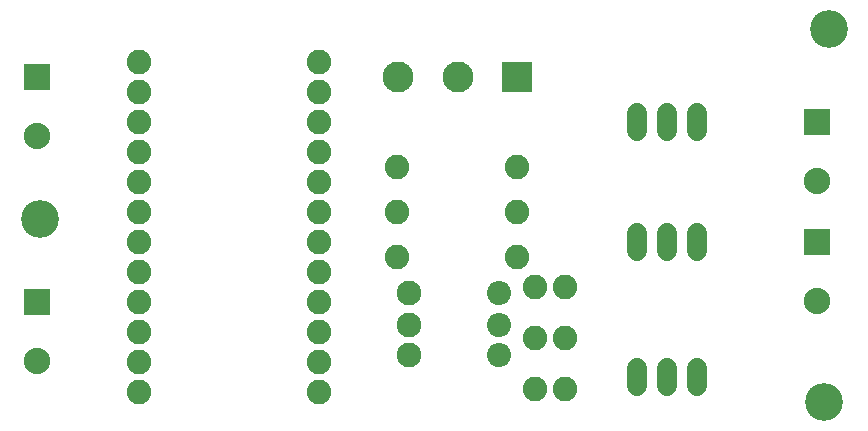
<source format=gbs>
G75*
%MOIN*%
%OFA0B0*%
%FSLAX25Y25*%
%IPPOS*%
%LPD*%
%AMOC8*
5,1,8,0,0,1.08239X$1,22.5*
%
%ADD10C,0.06800*%
%ADD11C,0.08200*%
%ADD12R,0.08800X0.08800*%
%ADD13C,0.08800*%
%ADD14R,0.10300X0.10300*%
%ADD15C,0.10300*%
%ADD16C,0.12611*%
%ADD17C,0.08062*%
%ADD18C,0.08246*%
D10*
X0216000Y0023260D02*
X0216000Y0029260D01*
X0226000Y0029260D02*
X0226000Y0023260D01*
X0236000Y0023260D02*
X0236000Y0029260D01*
X0236000Y0068260D02*
X0236000Y0074260D01*
X0226000Y0074260D02*
X0226000Y0068260D01*
X0216000Y0068260D02*
X0216000Y0074260D01*
X0216000Y0108260D02*
X0216000Y0114260D01*
X0226000Y0114260D02*
X0226000Y0108260D01*
X0236000Y0108260D02*
X0236000Y0114260D01*
D11*
X0050000Y0021260D03*
X0050000Y0031260D03*
X0050000Y0041260D03*
X0050000Y0051260D03*
X0050000Y0061260D03*
X0050000Y0071260D03*
X0050000Y0081260D03*
X0050000Y0091260D03*
X0050000Y0101260D03*
X0050000Y0111260D03*
X0050000Y0121260D03*
X0050000Y0131260D03*
X0110000Y0131260D03*
X0110000Y0121260D03*
X0110000Y0111260D03*
X0110000Y0101260D03*
X0110000Y0091260D03*
X0110000Y0081260D03*
X0110000Y0071260D03*
X0110000Y0061260D03*
X0110000Y0051260D03*
X0110000Y0041260D03*
X0110000Y0031260D03*
X0110000Y0021260D03*
X0182000Y0022260D03*
X0192000Y0022260D03*
X0192000Y0039260D03*
X0182000Y0039260D03*
X0182000Y0056260D03*
X0192000Y0056260D03*
X0176000Y0066260D03*
X0176000Y0081260D03*
X0176000Y0096260D03*
X0136000Y0096260D03*
X0136000Y0081260D03*
X0136000Y0066260D03*
D12*
X0016000Y0051260D03*
X0016000Y0126260D03*
X0276000Y0111260D03*
X0276000Y0071260D03*
D13*
X0276000Y0051575D03*
X0276000Y0091575D03*
X0016000Y0106575D03*
X0016000Y0031575D03*
D14*
X0176000Y0126260D03*
D15*
X0156315Y0126260D03*
X0136630Y0126260D03*
D16*
X0017000Y0079000D03*
X0278559Y0018000D03*
X0280000Y0142260D03*
D17*
X0170000Y0054260D03*
X0170000Y0043760D03*
X0170000Y0033760D03*
D18*
X0140000Y0033760D03*
X0140000Y0043760D03*
X0140000Y0054260D03*
M02*

</source>
